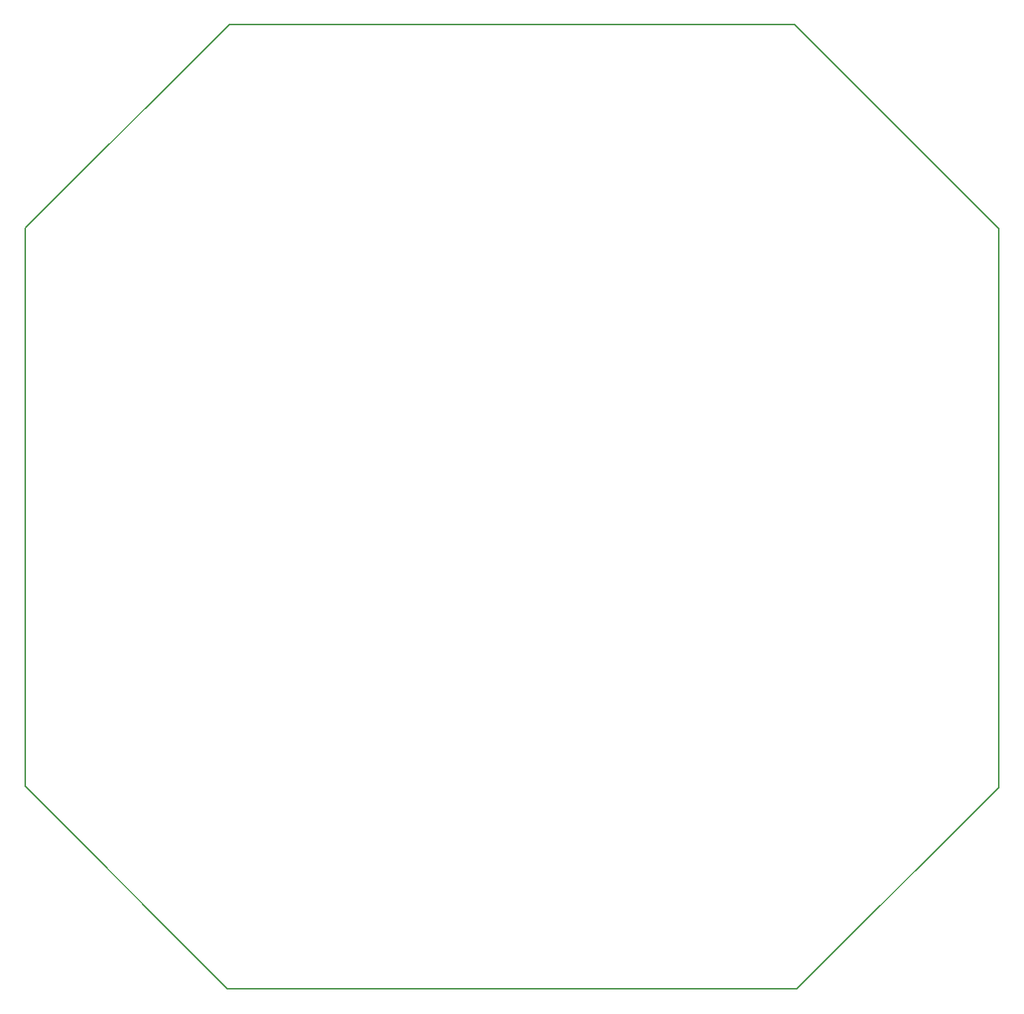
<source format=gbr>
G04 #@! TF.GenerationSoftware,KiCad,Pcbnew,5.0.2-bee76a0~70~ubuntu16.04.1*
G04 #@! TF.CreationDate,2021-08-14T16:57:29+02:00*
G04 #@! TF.ProjectId,axis2,61786973-322e-46b6-9963-61645f706362,rev?*
G04 #@! TF.SameCoordinates,Original*
G04 #@! TF.FileFunction,Profile,NP*
%FSLAX46Y46*%
G04 Gerber Fmt 4.6, Leading zero omitted, Abs format (unit mm)*
G04 Created by KiCad (PCBNEW 5.0.2-bee76a0~70~ubuntu16.04.1) date sab 14 ago 2021 16:57:29 CEST*
%MOMM*%
%LPD*%
G01*
G04 APERTURE LIST*
%ADD10C,0.200000*%
G04 APERTURE END LIST*
D10*
X91000000Y-60400000D02*
X114300000Y-37200000D01*
X91000000Y-124100000D02*
X91000000Y-60400000D01*
X114000000Y-147200000D02*
X91000000Y-124100000D01*
X179000000Y-147200000D02*
X114000000Y-147200000D01*
X202000000Y-124200000D02*
X179000000Y-147200000D01*
X202000000Y-60500000D02*
X202000000Y-124200000D01*
X178700000Y-37200000D02*
X202000000Y-60500000D01*
X114300000Y-37200000D02*
X178700000Y-37200000D01*
M02*

</source>
